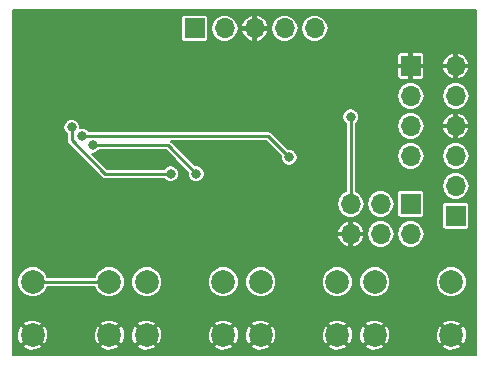
<source format=gbl>
G04 #@! TF.GenerationSoftware,KiCad,Pcbnew,5.0.2-bee76a0~70~ubuntu16.04.1*
G04 #@! TF.CreationDate,2019-07-11T08:17:53+02:00*
G04 #@! TF.ProjectId,paste_dispenser,70617374-655f-4646-9973-70656e736572,rev?*
G04 #@! TF.SameCoordinates,PX3dfd240PY3dfd240*
G04 #@! TF.FileFunction,Copper,L2,Bot*
G04 #@! TF.FilePolarity,Positive*
%FSLAX46Y46*%
G04 Gerber Fmt 4.6, Leading zero omitted, Abs format (unit mm)*
G04 Created by KiCad (PCBNEW 5.0.2-bee76a0~70~ubuntu16.04.1) date Thu 11 Jul 2019 08:17:53 AM CEST*
%MOMM*%
%LPD*%
G01*
G04 APERTURE LIST*
G04 #@! TA.AperFunction,ComponentPad*
%ADD10R,1.700000X1.700000*%
G04 #@! TD*
G04 #@! TA.AperFunction,ComponentPad*
%ADD11O,1.700000X1.700000*%
G04 #@! TD*
G04 #@! TA.AperFunction,ComponentPad*
%ADD12C,2.000000*%
G04 #@! TD*
G04 #@! TA.AperFunction,ViaPad*
%ADD13C,0.812800*%
G04 #@! TD*
G04 #@! TA.AperFunction,ViaPad*
%ADD14C,1.219200*%
G04 #@! TD*
G04 #@! TA.AperFunction,Conductor*
%ADD15C,0.254000*%
G04 #@! TD*
G04 #@! TA.AperFunction,Conductor*
%ADD16C,0.203200*%
G04 #@! TD*
G04 APERTURE END LIST*
D10*
G04 #@! TO.P,J2,1*
G04 #@! TO.N,VDD*
X37870000Y12168000D03*
D11*
G04 #@! TO.P,J2,2*
G04 #@! TO.N,/RXD*
X37870000Y14708000D03*
G04 #@! TO.P,J2,3*
G04 #@! TO.N,/TXD*
X37870000Y17248000D03*
G04 #@! TO.P,J2,4*
G04 #@! TO.N,GND*
X37870000Y19788000D03*
G04 #@! TO.P,J2,5*
G04 #@! TO.N,/FOOTSWITCH*
X37870000Y22328000D03*
G04 #@! TO.P,J2,6*
G04 #@! TO.N,GND*
X37870000Y24868000D03*
G04 #@! TD*
D10*
G04 #@! TO.P,J3,1*
G04 #@! TO.N,/MOT_B1*
X15772000Y28043000D03*
D11*
G04 #@! TO.P,J3,2*
G04 #@! TO.N,/MOT_B2*
X18312000Y28043000D03*
G04 #@! TO.P,J3,3*
G04 #@! TO.N,GND*
X20852000Y28043000D03*
G04 #@! TO.P,J3,4*
G04 #@! TO.N,/MOT_A2*
X23392000Y28043000D03*
G04 #@! TO.P,J3,5*
G04 #@! TO.N,/MOT_A1*
X25932000Y28043000D03*
G04 #@! TD*
D10*
G04 #@! TO.P,J1,1*
G04 #@! TO.N,/MISO*
X34060000Y13184000D03*
D11*
G04 #@! TO.P,J1,2*
G04 #@! TO.N,+5V*
X34060000Y10644000D03*
G04 #@! TO.P,J1,3*
G04 #@! TO.N,/SCK*
X31520000Y13184000D03*
G04 #@! TO.P,J1,4*
G04 #@! TO.N,/MOSI*
X31520000Y10644000D03*
G04 #@! TO.P,J1,5*
G04 #@! TO.N,/RESET*
X28980000Y13184000D03*
G04 #@! TO.P,J1,6*
G04 #@! TO.N,GND*
X28980000Y10644000D03*
G04 #@! TD*
D10*
G04 #@! TO.P,J4,1*
G04 #@! TO.N,GND*
X34060000Y24868000D03*
D11*
G04 #@! TO.P,J4,2*
G04 #@! TO.N,+5V*
X34060000Y22328000D03*
G04 #@! TO.P,J4,3*
G04 #@! TO.N,/SCL*
X34060000Y19788000D03*
G04 #@! TO.P,J4,4*
G04 #@! TO.N,/SDA*
X34060000Y17248000D03*
G04 #@! TD*
D12*
G04 #@! TO.P,SW4,1*
G04 #@! TO.N,/BUTTON_SLOW*
X37512000Y6580000D03*
G04 #@! TO.P,SW4,2*
G04 #@! TO.N,GND*
X37512000Y2080000D03*
G04 #@! TO.P,SW4,1*
G04 #@! TO.N,/BUTTON_SLOW*
X31012000Y6580000D03*
G04 #@! TO.P,SW4,2*
G04 #@! TO.N,GND*
X31012000Y2080000D03*
G04 #@! TD*
G04 #@! TO.P,SW3,2*
G04 #@! TO.N,GND*
X21360000Y2080000D03*
G04 #@! TO.P,SW3,1*
G04 #@! TO.N,/BUTTON_FAST*
X21360000Y6580000D03*
G04 #@! TO.P,SW3,2*
G04 #@! TO.N,GND*
X27860000Y2080000D03*
G04 #@! TO.P,SW3,1*
G04 #@! TO.N,/BUTTON_FAST*
X27860000Y6580000D03*
G04 #@! TD*
G04 #@! TO.P,SW1,1*
G04 #@! TO.N,/BUTTON_PULL*
X8556000Y6580000D03*
G04 #@! TO.P,SW1,2*
G04 #@! TO.N,GND*
X8556000Y2080000D03*
G04 #@! TO.P,SW1,1*
G04 #@! TO.N,/BUTTON_PULL*
X2056000Y6580000D03*
G04 #@! TO.P,SW1,2*
G04 #@! TO.N,GND*
X2056000Y2080000D03*
G04 #@! TD*
G04 #@! TO.P,SW2,2*
G04 #@! TO.N,GND*
X11708000Y2080000D03*
G04 #@! TO.P,SW2,1*
G04 #@! TO.N,/BUTTON_PUSH*
X11708000Y6580000D03*
G04 #@! TO.P,SW2,2*
G04 #@! TO.N,GND*
X18208000Y2080000D03*
G04 #@! TO.P,SW2,1*
G04 #@! TO.N,/BUTTON_PUSH*
X18208000Y6580000D03*
G04 #@! TD*
D13*
G04 #@! TO.N,/RESET*
X28980000Y20550000D03*
G04 #@! TO.N,GND*
X2691000Y24995000D03*
X26440000Y18264000D03*
X20344000Y17121000D03*
X7517000Y10009000D03*
X11581000Y10009000D03*
X16915000Y10009000D03*
X21995000Y11025000D03*
X8279000Y16740000D03*
D14*
X18820000Y24868000D03*
X22884000Y24868000D03*
D13*
X32917000Y27916000D03*
X7517000Y25249000D03*
X9168000Y21820000D03*
G04 #@! TO.N,/STEP_STBY*
X13740000Y15724000D03*
X5358000Y19661000D03*
G04 #@! TO.N,/STEP_PWMB*
X15899000Y15724000D03*
X7136000Y18137000D03*
G04 #@! TO.N,/STEP_PWMA*
X23773000Y17121000D03*
X6247000Y18899000D03*
G04 #@! TD*
D15*
G04 #@! TO.N,/RESET*
X28980000Y13184000D02*
X28980000Y20550000D01*
G04 #@! TO.N,/BUTTON_PULL*
X8556000Y6580000D02*
X2056000Y6580000D01*
G04 #@! TO.N,/STEP_STBY*
X5358000Y19086264D02*
X5358000Y19661000D01*
X5358000Y18570830D02*
X5358000Y19086264D01*
X8204830Y15724000D02*
X5358000Y18570830D01*
X13740000Y15724000D02*
X8204830Y15724000D01*
G04 #@! TO.N,/STEP_PWMB*
X13486000Y18137000D02*
X15899000Y15724000D01*
X7136000Y18137000D02*
X13486000Y18137000D01*
G04 #@! TO.N,/STEP_PWMA*
X21995000Y18899000D02*
X23773000Y17121000D01*
X6247000Y18899000D02*
X21995000Y18899000D01*
G04 #@! TD*
D16*
G04 #@! TO.N,GND*
G36*
X39620201Y379800D02*
X379800Y379800D01*
X379800Y1124245D01*
X1243930Y1124245D01*
X1358512Y947138D01*
X1845133Y766455D01*
X2363856Y785747D01*
X2753488Y947138D01*
X2868070Y1124245D01*
X7743930Y1124245D01*
X7858512Y947138D01*
X8345133Y766455D01*
X8863856Y785747D01*
X9253488Y947138D01*
X9368070Y1124245D01*
X10895930Y1124245D01*
X11010512Y947138D01*
X11497133Y766455D01*
X12015856Y785747D01*
X12405488Y947138D01*
X12520070Y1124245D01*
X17395930Y1124245D01*
X17510512Y947138D01*
X17997133Y766455D01*
X18515856Y785747D01*
X18905488Y947138D01*
X19020070Y1124245D01*
X20547930Y1124245D01*
X20662512Y947138D01*
X21149133Y766455D01*
X21667856Y785747D01*
X22057488Y947138D01*
X22172070Y1124245D01*
X27047930Y1124245D01*
X27162512Y947138D01*
X27649133Y766455D01*
X28167856Y785747D01*
X28557488Y947138D01*
X28672070Y1124245D01*
X30199930Y1124245D01*
X30314512Y947138D01*
X30801133Y766455D01*
X31319856Y785747D01*
X31709488Y947138D01*
X31824070Y1124245D01*
X36699930Y1124245D01*
X36814512Y947138D01*
X37301133Y766455D01*
X37819856Y785747D01*
X38209488Y947138D01*
X38324070Y1124245D01*
X37512000Y1936316D01*
X36699930Y1124245D01*
X31824070Y1124245D01*
X31012000Y1936316D01*
X30199930Y1124245D01*
X28672070Y1124245D01*
X27860000Y1936316D01*
X27047930Y1124245D01*
X22172070Y1124245D01*
X21360000Y1936316D01*
X20547930Y1124245D01*
X19020070Y1124245D01*
X18208000Y1936316D01*
X17395930Y1124245D01*
X12520070Y1124245D01*
X11708000Y1936316D01*
X10895930Y1124245D01*
X9368070Y1124245D01*
X8556000Y1936316D01*
X7743930Y1124245D01*
X2868070Y1124245D01*
X2056000Y1936316D01*
X1243930Y1124245D01*
X379800Y1124245D01*
X379800Y2290867D01*
X742455Y2290867D01*
X761747Y1772144D01*
X923138Y1382512D01*
X1100245Y1267930D01*
X1912316Y2080000D01*
X2199684Y2080000D01*
X3011755Y1267930D01*
X3188862Y1382512D01*
X3369545Y1869133D01*
X3353861Y2290867D01*
X7242455Y2290867D01*
X7261747Y1772144D01*
X7423138Y1382512D01*
X7600245Y1267930D01*
X8412316Y2080000D01*
X8699684Y2080000D01*
X9511755Y1267930D01*
X9688862Y1382512D01*
X9869545Y1869133D01*
X9853861Y2290867D01*
X10394455Y2290867D01*
X10413747Y1772144D01*
X10575138Y1382512D01*
X10752245Y1267930D01*
X11564316Y2080000D01*
X11851684Y2080000D01*
X12663755Y1267930D01*
X12840862Y1382512D01*
X13021545Y1869133D01*
X13005861Y2290867D01*
X16894455Y2290867D01*
X16913747Y1772144D01*
X17075138Y1382512D01*
X17252245Y1267930D01*
X18064316Y2080000D01*
X18351684Y2080000D01*
X19163755Y1267930D01*
X19340862Y1382512D01*
X19521545Y1869133D01*
X19505861Y2290867D01*
X20046455Y2290867D01*
X20065747Y1772144D01*
X20227138Y1382512D01*
X20404245Y1267930D01*
X21216316Y2080000D01*
X21503684Y2080000D01*
X22315755Y1267930D01*
X22492862Y1382512D01*
X22673545Y1869133D01*
X22657861Y2290867D01*
X26546455Y2290867D01*
X26565747Y1772144D01*
X26727138Y1382512D01*
X26904245Y1267930D01*
X27716316Y2080000D01*
X28003684Y2080000D01*
X28815755Y1267930D01*
X28992862Y1382512D01*
X29173545Y1869133D01*
X29157861Y2290867D01*
X29698455Y2290867D01*
X29717747Y1772144D01*
X29879138Y1382512D01*
X30056245Y1267930D01*
X30868316Y2080000D01*
X31155684Y2080000D01*
X31967755Y1267930D01*
X32144862Y1382512D01*
X32325545Y1869133D01*
X32309861Y2290867D01*
X36198455Y2290867D01*
X36217747Y1772144D01*
X36379138Y1382512D01*
X36556245Y1267930D01*
X37368316Y2080000D01*
X37655684Y2080000D01*
X38467755Y1267930D01*
X38644862Y1382512D01*
X38825545Y1869133D01*
X38806253Y2387856D01*
X38644862Y2777488D01*
X38467755Y2892070D01*
X37655684Y2080000D01*
X37368316Y2080000D01*
X36556245Y2892070D01*
X36379138Y2777488D01*
X36198455Y2290867D01*
X32309861Y2290867D01*
X32306253Y2387856D01*
X32144862Y2777488D01*
X31967755Y2892070D01*
X31155684Y2080000D01*
X30868316Y2080000D01*
X30056245Y2892070D01*
X29879138Y2777488D01*
X29698455Y2290867D01*
X29157861Y2290867D01*
X29154253Y2387856D01*
X28992862Y2777488D01*
X28815755Y2892070D01*
X28003684Y2080000D01*
X27716316Y2080000D01*
X26904245Y2892070D01*
X26727138Y2777488D01*
X26546455Y2290867D01*
X22657861Y2290867D01*
X22654253Y2387856D01*
X22492862Y2777488D01*
X22315755Y2892070D01*
X21503684Y2080000D01*
X21216316Y2080000D01*
X20404245Y2892070D01*
X20227138Y2777488D01*
X20046455Y2290867D01*
X19505861Y2290867D01*
X19502253Y2387856D01*
X19340862Y2777488D01*
X19163755Y2892070D01*
X18351684Y2080000D01*
X18064316Y2080000D01*
X17252245Y2892070D01*
X17075138Y2777488D01*
X16894455Y2290867D01*
X13005861Y2290867D01*
X13002253Y2387856D01*
X12840862Y2777488D01*
X12663755Y2892070D01*
X11851684Y2080000D01*
X11564316Y2080000D01*
X10752245Y2892070D01*
X10575138Y2777488D01*
X10394455Y2290867D01*
X9853861Y2290867D01*
X9850253Y2387856D01*
X9688862Y2777488D01*
X9511755Y2892070D01*
X8699684Y2080000D01*
X8412316Y2080000D01*
X7600245Y2892070D01*
X7423138Y2777488D01*
X7242455Y2290867D01*
X3353861Y2290867D01*
X3350253Y2387856D01*
X3188862Y2777488D01*
X3011755Y2892070D01*
X2199684Y2080000D01*
X1912316Y2080000D01*
X1100245Y2892070D01*
X923138Y2777488D01*
X742455Y2290867D01*
X379800Y2290867D01*
X379800Y3035755D01*
X1243930Y3035755D01*
X2056000Y2223684D01*
X2868070Y3035755D01*
X7743930Y3035755D01*
X8556000Y2223684D01*
X9368070Y3035755D01*
X10895930Y3035755D01*
X11708000Y2223684D01*
X12520070Y3035755D01*
X17395930Y3035755D01*
X18208000Y2223684D01*
X19020070Y3035755D01*
X20547930Y3035755D01*
X21360000Y2223684D01*
X22172070Y3035755D01*
X27047930Y3035755D01*
X27860000Y2223684D01*
X28672070Y3035755D01*
X30199930Y3035755D01*
X31012000Y2223684D01*
X31824070Y3035755D01*
X36699930Y3035755D01*
X37512000Y2223684D01*
X38324070Y3035755D01*
X38209488Y3212862D01*
X37722867Y3393545D01*
X37204144Y3374253D01*
X36814512Y3212862D01*
X36699930Y3035755D01*
X31824070Y3035755D01*
X31709488Y3212862D01*
X31222867Y3393545D01*
X30704144Y3374253D01*
X30314512Y3212862D01*
X30199930Y3035755D01*
X28672070Y3035755D01*
X28557488Y3212862D01*
X28070867Y3393545D01*
X27552144Y3374253D01*
X27162512Y3212862D01*
X27047930Y3035755D01*
X22172070Y3035755D01*
X22057488Y3212862D01*
X21570867Y3393545D01*
X21052144Y3374253D01*
X20662512Y3212862D01*
X20547930Y3035755D01*
X19020070Y3035755D01*
X18905488Y3212862D01*
X18418867Y3393545D01*
X17900144Y3374253D01*
X17510512Y3212862D01*
X17395930Y3035755D01*
X12520070Y3035755D01*
X12405488Y3212862D01*
X11918867Y3393545D01*
X11400144Y3374253D01*
X11010512Y3212862D01*
X10895930Y3035755D01*
X9368070Y3035755D01*
X9253488Y3212862D01*
X8766867Y3393545D01*
X8248144Y3374253D01*
X7858512Y3212862D01*
X7743930Y3035755D01*
X2868070Y3035755D01*
X2753488Y3212862D01*
X2266867Y3393545D01*
X1748144Y3374253D01*
X1358512Y3212862D01*
X1243930Y3035755D01*
X379800Y3035755D01*
X379800Y6839541D01*
X751200Y6839541D01*
X751200Y6320459D01*
X949844Y5840890D01*
X1316890Y5473844D01*
X1796459Y5275200D01*
X2315541Y5275200D01*
X2795110Y5473844D01*
X3162156Y5840890D01*
X3289448Y6148200D01*
X7322552Y6148200D01*
X7449844Y5840890D01*
X7816890Y5473844D01*
X8296459Y5275200D01*
X8815541Y5275200D01*
X9295110Y5473844D01*
X9662156Y5840890D01*
X9860800Y6320459D01*
X9860800Y6839541D01*
X10403200Y6839541D01*
X10403200Y6320459D01*
X10601844Y5840890D01*
X10968890Y5473844D01*
X11448459Y5275200D01*
X11967541Y5275200D01*
X12447110Y5473844D01*
X12814156Y5840890D01*
X13012800Y6320459D01*
X13012800Y6839541D01*
X16903200Y6839541D01*
X16903200Y6320459D01*
X17101844Y5840890D01*
X17468890Y5473844D01*
X17948459Y5275200D01*
X18467541Y5275200D01*
X18947110Y5473844D01*
X19314156Y5840890D01*
X19512800Y6320459D01*
X19512800Y6839541D01*
X20055200Y6839541D01*
X20055200Y6320459D01*
X20253844Y5840890D01*
X20620890Y5473844D01*
X21100459Y5275200D01*
X21619541Y5275200D01*
X22099110Y5473844D01*
X22466156Y5840890D01*
X22664800Y6320459D01*
X22664800Y6839541D01*
X26555200Y6839541D01*
X26555200Y6320459D01*
X26753844Y5840890D01*
X27120890Y5473844D01*
X27600459Y5275200D01*
X28119541Y5275200D01*
X28599110Y5473844D01*
X28966156Y5840890D01*
X29164800Y6320459D01*
X29164800Y6839541D01*
X29707200Y6839541D01*
X29707200Y6320459D01*
X29905844Y5840890D01*
X30272890Y5473844D01*
X30752459Y5275200D01*
X31271541Y5275200D01*
X31751110Y5473844D01*
X32118156Y5840890D01*
X32316800Y6320459D01*
X32316800Y6839541D01*
X36207200Y6839541D01*
X36207200Y6320459D01*
X36405844Y5840890D01*
X36772890Y5473844D01*
X37252459Y5275200D01*
X37771541Y5275200D01*
X38251110Y5473844D01*
X38618156Y5840890D01*
X38816800Y6320459D01*
X38816800Y6839541D01*
X38618156Y7319110D01*
X38251110Y7686156D01*
X37771541Y7884800D01*
X37252459Y7884800D01*
X36772890Y7686156D01*
X36405844Y7319110D01*
X36207200Y6839541D01*
X32316800Y6839541D01*
X32118156Y7319110D01*
X31751110Y7686156D01*
X31271541Y7884800D01*
X30752459Y7884800D01*
X30272890Y7686156D01*
X29905844Y7319110D01*
X29707200Y6839541D01*
X29164800Y6839541D01*
X28966156Y7319110D01*
X28599110Y7686156D01*
X28119541Y7884800D01*
X27600459Y7884800D01*
X27120890Y7686156D01*
X26753844Y7319110D01*
X26555200Y6839541D01*
X22664800Y6839541D01*
X22466156Y7319110D01*
X22099110Y7686156D01*
X21619541Y7884800D01*
X21100459Y7884800D01*
X20620890Y7686156D01*
X20253844Y7319110D01*
X20055200Y6839541D01*
X19512800Y6839541D01*
X19314156Y7319110D01*
X18947110Y7686156D01*
X18467541Y7884800D01*
X17948459Y7884800D01*
X17468890Y7686156D01*
X17101844Y7319110D01*
X16903200Y6839541D01*
X13012800Y6839541D01*
X12814156Y7319110D01*
X12447110Y7686156D01*
X11967541Y7884800D01*
X11448459Y7884800D01*
X10968890Y7686156D01*
X10601844Y7319110D01*
X10403200Y6839541D01*
X9860800Y6839541D01*
X9662156Y7319110D01*
X9295110Y7686156D01*
X8815541Y7884800D01*
X8296459Y7884800D01*
X7816890Y7686156D01*
X7449844Y7319110D01*
X7322552Y7011800D01*
X3289448Y7011800D01*
X3162156Y7319110D01*
X2795110Y7686156D01*
X2315541Y7884800D01*
X1796459Y7884800D01*
X1316890Y7686156D01*
X949844Y7319110D01*
X751200Y6839541D01*
X379800Y6839541D01*
X379800Y10363699D01*
X27859724Y10363699D01*
X28052266Y9956325D01*
X28386047Y9653643D01*
X28699701Y9523734D01*
X28878400Y9570196D01*
X28878400Y10542400D01*
X29081600Y10542400D01*
X29081600Y9570196D01*
X29260299Y9523734D01*
X29573953Y9653643D01*
X29907734Y9956325D01*
X30100276Y10363699D01*
X30054132Y10542400D01*
X29081600Y10542400D01*
X28878400Y10542400D01*
X27905868Y10542400D01*
X27859724Y10363699D01*
X379800Y10363699D01*
X379800Y10644000D01*
X30342577Y10644000D01*
X30432203Y10193420D01*
X30687436Y9811436D01*
X31069420Y9556203D01*
X31406267Y9489200D01*
X31633733Y9489200D01*
X31970580Y9556203D01*
X32352564Y9811436D01*
X32607797Y10193420D01*
X32697423Y10644000D01*
X32882577Y10644000D01*
X32972203Y10193420D01*
X33227436Y9811436D01*
X33609420Y9556203D01*
X33946267Y9489200D01*
X34173733Y9489200D01*
X34510580Y9556203D01*
X34892564Y9811436D01*
X35147797Y10193420D01*
X35237423Y10644000D01*
X35147797Y11094580D01*
X34892564Y11476564D01*
X34510580Y11731797D01*
X34173733Y11798800D01*
X33946267Y11798800D01*
X33609420Y11731797D01*
X33227436Y11476564D01*
X32972203Y11094580D01*
X32882577Y10644000D01*
X32697423Y10644000D01*
X32607797Y11094580D01*
X32352564Y11476564D01*
X31970580Y11731797D01*
X31633733Y11798800D01*
X31406267Y11798800D01*
X31069420Y11731797D01*
X30687436Y11476564D01*
X30432203Y11094580D01*
X30342577Y10644000D01*
X379800Y10644000D01*
X379800Y10924301D01*
X27859724Y10924301D01*
X27905868Y10745600D01*
X28878400Y10745600D01*
X28878400Y11717804D01*
X29081600Y11717804D01*
X29081600Y10745600D01*
X30054132Y10745600D01*
X30100276Y10924301D01*
X29907734Y11331675D01*
X29573953Y11634357D01*
X29260299Y11764266D01*
X29081600Y11717804D01*
X28878400Y11717804D01*
X28699701Y11764266D01*
X28386047Y11634357D01*
X28052266Y11331675D01*
X27859724Y10924301D01*
X379800Y10924301D01*
X379800Y13184000D01*
X27802577Y13184000D01*
X27892203Y12733420D01*
X28147436Y12351436D01*
X28529420Y12096203D01*
X28866267Y12029200D01*
X29093733Y12029200D01*
X29430580Y12096203D01*
X29812564Y12351436D01*
X30067797Y12733420D01*
X30157423Y13184000D01*
X30342577Y13184000D01*
X30432203Y12733420D01*
X30687436Y12351436D01*
X31069420Y12096203D01*
X31406267Y12029200D01*
X31633733Y12029200D01*
X31970580Y12096203D01*
X32352564Y12351436D01*
X32607797Y12733420D01*
X32697423Y13184000D01*
X32607797Y13634580D01*
X32352564Y14016564D01*
X32326470Y14034000D01*
X32899229Y14034000D01*
X32899229Y12334000D01*
X32922885Y12215073D01*
X32990252Y12114252D01*
X33091073Y12046885D01*
X33210000Y12023229D01*
X34910000Y12023229D01*
X35028927Y12046885D01*
X35129748Y12114252D01*
X35197115Y12215073D01*
X35220771Y12334000D01*
X35220771Y13018000D01*
X36709229Y13018000D01*
X36709229Y11318000D01*
X36732885Y11199073D01*
X36800252Y11098252D01*
X36901073Y11030885D01*
X37020000Y11007229D01*
X38720000Y11007229D01*
X38838927Y11030885D01*
X38939748Y11098252D01*
X39007115Y11199073D01*
X39030771Y11318000D01*
X39030771Y13018000D01*
X39007115Y13136927D01*
X38939748Y13237748D01*
X38838927Y13305115D01*
X38720000Y13328771D01*
X37020000Y13328771D01*
X36901073Y13305115D01*
X36800252Y13237748D01*
X36732885Y13136927D01*
X36709229Y13018000D01*
X35220771Y13018000D01*
X35220771Y14034000D01*
X35197115Y14152927D01*
X35129748Y14253748D01*
X35028927Y14321115D01*
X34910000Y14344771D01*
X33210000Y14344771D01*
X33091073Y14321115D01*
X32990252Y14253748D01*
X32922885Y14152927D01*
X32899229Y14034000D01*
X32326470Y14034000D01*
X31970580Y14271797D01*
X31633733Y14338800D01*
X31406267Y14338800D01*
X31069420Y14271797D01*
X30687436Y14016564D01*
X30432203Y13634580D01*
X30342577Y13184000D01*
X30157423Y13184000D01*
X30067797Y13634580D01*
X29812564Y14016564D01*
X29430580Y14271797D01*
X29411800Y14275533D01*
X29411800Y14708000D01*
X36692577Y14708000D01*
X36782203Y14257420D01*
X37037436Y13875436D01*
X37419420Y13620203D01*
X37756267Y13553200D01*
X37983733Y13553200D01*
X38320580Y13620203D01*
X38702564Y13875436D01*
X38957797Y14257420D01*
X39047423Y14708000D01*
X38957797Y15158580D01*
X38702564Y15540564D01*
X38320580Y15795797D01*
X37983733Y15862800D01*
X37756267Y15862800D01*
X37419420Y15795797D01*
X37037436Y15540564D01*
X36782203Y15158580D01*
X36692577Y14708000D01*
X29411800Y14708000D01*
X29411800Y17248000D01*
X32882577Y17248000D01*
X32972203Y16797420D01*
X33227436Y16415436D01*
X33609420Y16160203D01*
X33946267Y16093200D01*
X34173733Y16093200D01*
X34510580Y16160203D01*
X34892564Y16415436D01*
X35147797Y16797420D01*
X35237423Y17248000D01*
X36692577Y17248000D01*
X36782203Y16797420D01*
X37037436Y16415436D01*
X37419420Y16160203D01*
X37756267Y16093200D01*
X37983733Y16093200D01*
X38320580Y16160203D01*
X38702564Y16415436D01*
X38957797Y16797420D01*
X39047423Y17248000D01*
X38957797Y17698580D01*
X38702564Y18080564D01*
X38320580Y18335797D01*
X37983733Y18402800D01*
X37756267Y18402800D01*
X37419420Y18335797D01*
X37037436Y18080564D01*
X36782203Y17698580D01*
X36692577Y17248000D01*
X35237423Y17248000D01*
X35147797Y17698580D01*
X34892564Y18080564D01*
X34510580Y18335797D01*
X34173733Y18402800D01*
X33946267Y18402800D01*
X33609420Y18335797D01*
X33227436Y18080564D01*
X32972203Y17698580D01*
X32882577Y17248000D01*
X29411800Y17248000D01*
X29411800Y19788000D01*
X32882577Y19788000D01*
X32972203Y19337420D01*
X33227436Y18955436D01*
X33609420Y18700203D01*
X33946267Y18633200D01*
X34173733Y18633200D01*
X34510580Y18700203D01*
X34892564Y18955436D01*
X35147797Y19337420D01*
X35181668Y19507701D01*
X36749734Y19507701D01*
X36879643Y19194047D01*
X37182325Y18860266D01*
X37589699Y18667724D01*
X37768400Y18713868D01*
X37768400Y19686400D01*
X37971600Y19686400D01*
X37971600Y18713868D01*
X38150301Y18667724D01*
X38557675Y18860266D01*
X38860357Y19194047D01*
X38990266Y19507701D01*
X38943804Y19686400D01*
X37971600Y19686400D01*
X37768400Y19686400D01*
X36796196Y19686400D01*
X36749734Y19507701D01*
X35181668Y19507701D01*
X35237423Y19788000D01*
X35181669Y20068299D01*
X36749734Y20068299D01*
X36796196Y19889600D01*
X37768400Y19889600D01*
X37768400Y20862132D01*
X37971600Y20862132D01*
X37971600Y19889600D01*
X38943804Y19889600D01*
X38990266Y20068299D01*
X38860357Y20381953D01*
X38557675Y20715734D01*
X38150301Y20908276D01*
X37971600Y20862132D01*
X37768400Y20862132D01*
X37589699Y20908276D01*
X37182325Y20715734D01*
X36879643Y20381953D01*
X36749734Y20068299D01*
X35181669Y20068299D01*
X35147797Y20238580D01*
X34892564Y20620564D01*
X34510580Y20875797D01*
X34173733Y20942800D01*
X33946267Y20942800D01*
X33609420Y20875797D01*
X33227436Y20620564D01*
X32972203Y20238580D01*
X32882577Y19788000D01*
X29411800Y19788000D01*
X29411800Y19976012D01*
X29582926Y20147138D01*
X29691200Y20408534D01*
X29691200Y20691466D01*
X29582926Y20952862D01*
X29382862Y21152926D01*
X29121466Y21261200D01*
X28838534Y21261200D01*
X28577138Y21152926D01*
X28377074Y20952862D01*
X28268800Y20691466D01*
X28268800Y20408534D01*
X28377074Y20147138D01*
X28548201Y19976011D01*
X28548200Y14275533D01*
X28529420Y14271797D01*
X28147436Y14016564D01*
X27892203Y13634580D01*
X27802577Y13184000D01*
X379800Y13184000D01*
X379800Y19802466D01*
X4646800Y19802466D01*
X4646800Y19519534D01*
X4755074Y19258138D01*
X4926200Y19087012D01*
X4926200Y19043739D01*
X4926201Y19043735D01*
X4926200Y18613353D01*
X4917742Y18570830D01*
X4926200Y18528308D01*
X4926200Y18528305D01*
X4951254Y18402351D01*
X5046690Y18259520D01*
X5082743Y18235430D01*
X7869430Y15448743D01*
X7893520Y15412690D01*
X7929572Y15388601D01*
X8036350Y15317254D01*
X8204830Y15283741D01*
X8247356Y15292200D01*
X13166012Y15292200D01*
X13337138Y15121074D01*
X13598534Y15012800D01*
X13881466Y15012800D01*
X14142862Y15121074D01*
X14342926Y15321138D01*
X14451200Y15582534D01*
X14451200Y15865466D01*
X14342926Y16126862D01*
X14142862Y16326926D01*
X13881466Y16435200D01*
X13598534Y16435200D01*
X13337138Y16326926D01*
X13166012Y16155800D01*
X8383687Y16155800D01*
X7113687Y17425800D01*
X7277466Y17425800D01*
X7538862Y17534074D01*
X7709988Y17705200D01*
X13307143Y17705200D01*
X15187800Y15824543D01*
X15187800Y15582534D01*
X15296074Y15321138D01*
X15496138Y15121074D01*
X15757534Y15012800D01*
X16040466Y15012800D01*
X16301862Y15121074D01*
X16501926Y15321138D01*
X16610200Y15582534D01*
X16610200Y15865466D01*
X16501926Y16126862D01*
X16301862Y16326926D01*
X16040466Y16435200D01*
X15798457Y16435200D01*
X13821400Y18412257D01*
X13797310Y18448310D01*
X13769039Y18467200D01*
X21816143Y18467200D01*
X23061800Y17221542D01*
X23061800Y16979534D01*
X23170074Y16718138D01*
X23370138Y16518074D01*
X23631534Y16409800D01*
X23914466Y16409800D01*
X24175862Y16518074D01*
X24375926Y16718138D01*
X24484200Y16979534D01*
X24484200Y17262466D01*
X24375926Y17523862D01*
X24175862Y17723926D01*
X23914466Y17832200D01*
X23672458Y17832200D01*
X22330399Y19174258D01*
X22306310Y19210310D01*
X22163480Y19305746D01*
X22037526Y19330800D01*
X22037522Y19330800D01*
X21995000Y19339258D01*
X21952478Y19330800D01*
X6820988Y19330800D01*
X6649862Y19501926D01*
X6388466Y19610200D01*
X6105534Y19610200D01*
X6069200Y19595150D01*
X6069200Y19802466D01*
X5960926Y20063862D01*
X5760862Y20263926D01*
X5499466Y20372200D01*
X5216534Y20372200D01*
X4955138Y20263926D01*
X4755074Y20063862D01*
X4646800Y19802466D01*
X379800Y19802466D01*
X379800Y22328000D01*
X32882577Y22328000D01*
X32972203Y21877420D01*
X33227436Y21495436D01*
X33609420Y21240203D01*
X33946267Y21173200D01*
X34173733Y21173200D01*
X34510580Y21240203D01*
X34892564Y21495436D01*
X35147797Y21877420D01*
X35237423Y22328000D01*
X36692577Y22328000D01*
X36782203Y21877420D01*
X37037436Y21495436D01*
X37419420Y21240203D01*
X37756267Y21173200D01*
X37983733Y21173200D01*
X38320580Y21240203D01*
X38702564Y21495436D01*
X38957797Y21877420D01*
X39047423Y22328000D01*
X38957797Y22778580D01*
X38702564Y23160564D01*
X38320580Y23415797D01*
X37983733Y23482800D01*
X37756267Y23482800D01*
X37419420Y23415797D01*
X37037436Y23160564D01*
X36782203Y22778580D01*
X36692577Y22328000D01*
X35237423Y22328000D01*
X35147797Y22778580D01*
X34892564Y23160564D01*
X34510580Y23415797D01*
X34173733Y23482800D01*
X33946267Y23482800D01*
X33609420Y23415797D01*
X33227436Y23160564D01*
X32972203Y22778580D01*
X32882577Y22328000D01*
X379800Y22328000D01*
X379800Y24690200D01*
X32905200Y24690200D01*
X32905200Y23957371D01*
X32951603Y23845344D01*
X33037345Y23759603D01*
X33149372Y23713200D01*
X33882200Y23713200D01*
X33958400Y23789400D01*
X33958400Y24766400D01*
X34161600Y24766400D01*
X34161600Y23789400D01*
X34237800Y23713200D01*
X34970628Y23713200D01*
X35082655Y23759603D01*
X35168397Y23845344D01*
X35214800Y23957371D01*
X35214800Y24587701D01*
X36749734Y24587701D01*
X36879643Y24274047D01*
X37182325Y23940266D01*
X37589699Y23747724D01*
X37768400Y23793868D01*
X37768400Y24766400D01*
X37971600Y24766400D01*
X37971600Y23793868D01*
X38150301Y23747724D01*
X38557675Y23940266D01*
X38860357Y24274047D01*
X38990266Y24587701D01*
X38943804Y24766400D01*
X37971600Y24766400D01*
X37768400Y24766400D01*
X36796196Y24766400D01*
X36749734Y24587701D01*
X35214800Y24587701D01*
X35214800Y24690200D01*
X35138600Y24766400D01*
X34161600Y24766400D01*
X33958400Y24766400D01*
X32981400Y24766400D01*
X32905200Y24690200D01*
X379800Y24690200D01*
X379800Y25778629D01*
X32905200Y25778629D01*
X32905200Y25045800D01*
X32981400Y24969600D01*
X33958400Y24969600D01*
X33958400Y25946600D01*
X34161600Y25946600D01*
X34161600Y24969600D01*
X35138600Y24969600D01*
X35214800Y25045800D01*
X35214800Y25148299D01*
X36749734Y25148299D01*
X36796196Y24969600D01*
X37768400Y24969600D01*
X37768400Y25942132D01*
X37971600Y25942132D01*
X37971600Y24969600D01*
X38943804Y24969600D01*
X38990266Y25148299D01*
X38860357Y25461953D01*
X38557675Y25795734D01*
X38150301Y25988276D01*
X37971600Y25942132D01*
X37768400Y25942132D01*
X37589699Y25988276D01*
X37182325Y25795734D01*
X36879643Y25461953D01*
X36749734Y25148299D01*
X35214800Y25148299D01*
X35214800Y25778629D01*
X35168397Y25890656D01*
X35082655Y25976397D01*
X34970628Y26022800D01*
X34237800Y26022800D01*
X34161600Y25946600D01*
X33958400Y25946600D01*
X33882200Y26022800D01*
X33149372Y26022800D01*
X33037345Y25976397D01*
X32951603Y25890656D01*
X32905200Y25778629D01*
X379800Y25778629D01*
X379800Y28893000D01*
X14611229Y28893000D01*
X14611229Y27193000D01*
X14634885Y27074073D01*
X14702252Y26973252D01*
X14803073Y26905885D01*
X14922000Y26882229D01*
X16622000Y26882229D01*
X16740927Y26905885D01*
X16841748Y26973252D01*
X16909115Y27074073D01*
X16932771Y27193000D01*
X16932771Y28043000D01*
X17134577Y28043000D01*
X17224203Y27592420D01*
X17479436Y27210436D01*
X17861420Y26955203D01*
X18198267Y26888200D01*
X18425733Y26888200D01*
X18762580Y26955203D01*
X19144564Y27210436D01*
X19399797Y27592420D01*
X19433667Y27762699D01*
X19731724Y27762699D01*
X19924266Y27355325D01*
X20258047Y27052643D01*
X20571701Y26922734D01*
X20750400Y26969196D01*
X20750400Y27941400D01*
X20953600Y27941400D01*
X20953600Y26969196D01*
X21132299Y26922734D01*
X21445953Y27052643D01*
X21779734Y27355325D01*
X21972276Y27762699D01*
X21926132Y27941400D01*
X20953600Y27941400D01*
X20750400Y27941400D01*
X19777868Y27941400D01*
X19731724Y27762699D01*
X19433667Y27762699D01*
X19489423Y28043000D01*
X22214577Y28043000D01*
X22304203Y27592420D01*
X22559436Y27210436D01*
X22941420Y26955203D01*
X23278267Y26888200D01*
X23505733Y26888200D01*
X23842580Y26955203D01*
X24224564Y27210436D01*
X24479797Y27592420D01*
X24569423Y28043000D01*
X24754577Y28043000D01*
X24844203Y27592420D01*
X25099436Y27210436D01*
X25481420Y26955203D01*
X25818267Y26888200D01*
X26045733Y26888200D01*
X26382580Y26955203D01*
X26764564Y27210436D01*
X27019797Y27592420D01*
X27109423Y28043000D01*
X27019797Y28493580D01*
X26764564Y28875564D01*
X26382580Y29130797D01*
X26045733Y29197800D01*
X25818267Y29197800D01*
X25481420Y29130797D01*
X25099436Y28875564D01*
X24844203Y28493580D01*
X24754577Y28043000D01*
X24569423Y28043000D01*
X24479797Y28493580D01*
X24224564Y28875564D01*
X23842580Y29130797D01*
X23505733Y29197800D01*
X23278267Y29197800D01*
X22941420Y29130797D01*
X22559436Y28875564D01*
X22304203Y28493580D01*
X22214577Y28043000D01*
X19489423Y28043000D01*
X19433668Y28323301D01*
X19731724Y28323301D01*
X19777868Y28144600D01*
X20750400Y28144600D01*
X20750400Y29116804D01*
X20953600Y29116804D01*
X20953600Y28144600D01*
X21926132Y28144600D01*
X21972276Y28323301D01*
X21779734Y28730675D01*
X21445953Y29033357D01*
X21132299Y29163266D01*
X20953600Y29116804D01*
X20750400Y29116804D01*
X20571701Y29163266D01*
X20258047Y29033357D01*
X19924266Y28730675D01*
X19731724Y28323301D01*
X19433668Y28323301D01*
X19399797Y28493580D01*
X19144564Y28875564D01*
X18762580Y29130797D01*
X18425733Y29197800D01*
X18198267Y29197800D01*
X17861420Y29130797D01*
X17479436Y28875564D01*
X17224203Y28493580D01*
X17134577Y28043000D01*
X16932771Y28043000D01*
X16932771Y28893000D01*
X16909115Y29011927D01*
X16841748Y29112748D01*
X16740927Y29180115D01*
X16622000Y29203771D01*
X14922000Y29203771D01*
X14803073Y29180115D01*
X14702252Y29112748D01*
X14634885Y29011927D01*
X14611229Y28893000D01*
X379800Y28893000D01*
X379800Y29620200D01*
X39620200Y29620200D01*
X39620201Y379800D01*
X39620201Y379800D01*
G37*
X39620201Y379800D02*
X379800Y379800D01*
X379800Y1124245D01*
X1243930Y1124245D01*
X1358512Y947138D01*
X1845133Y766455D01*
X2363856Y785747D01*
X2753488Y947138D01*
X2868070Y1124245D01*
X7743930Y1124245D01*
X7858512Y947138D01*
X8345133Y766455D01*
X8863856Y785747D01*
X9253488Y947138D01*
X9368070Y1124245D01*
X10895930Y1124245D01*
X11010512Y947138D01*
X11497133Y766455D01*
X12015856Y785747D01*
X12405488Y947138D01*
X12520070Y1124245D01*
X17395930Y1124245D01*
X17510512Y947138D01*
X17997133Y766455D01*
X18515856Y785747D01*
X18905488Y947138D01*
X19020070Y1124245D01*
X20547930Y1124245D01*
X20662512Y947138D01*
X21149133Y766455D01*
X21667856Y785747D01*
X22057488Y947138D01*
X22172070Y1124245D01*
X27047930Y1124245D01*
X27162512Y947138D01*
X27649133Y766455D01*
X28167856Y785747D01*
X28557488Y947138D01*
X28672070Y1124245D01*
X30199930Y1124245D01*
X30314512Y947138D01*
X30801133Y766455D01*
X31319856Y785747D01*
X31709488Y947138D01*
X31824070Y1124245D01*
X36699930Y1124245D01*
X36814512Y947138D01*
X37301133Y766455D01*
X37819856Y785747D01*
X38209488Y947138D01*
X38324070Y1124245D01*
X37512000Y1936316D01*
X36699930Y1124245D01*
X31824070Y1124245D01*
X31012000Y1936316D01*
X30199930Y1124245D01*
X28672070Y1124245D01*
X27860000Y1936316D01*
X27047930Y1124245D01*
X22172070Y1124245D01*
X21360000Y1936316D01*
X20547930Y1124245D01*
X19020070Y1124245D01*
X18208000Y1936316D01*
X17395930Y1124245D01*
X12520070Y1124245D01*
X11708000Y1936316D01*
X10895930Y1124245D01*
X9368070Y1124245D01*
X8556000Y1936316D01*
X7743930Y1124245D01*
X2868070Y1124245D01*
X2056000Y1936316D01*
X1243930Y1124245D01*
X379800Y1124245D01*
X379800Y2290867D01*
X742455Y2290867D01*
X761747Y1772144D01*
X923138Y1382512D01*
X1100245Y1267930D01*
X1912316Y2080000D01*
X2199684Y2080000D01*
X3011755Y1267930D01*
X3188862Y1382512D01*
X3369545Y1869133D01*
X3353861Y2290867D01*
X7242455Y2290867D01*
X7261747Y1772144D01*
X7423138Y1382512D01*
X7600245Y1267930D01*
X8412316Y2080000D01*
X8699684Y2080000D01*
X9511755Y1267930D01*
X9688862Y1382512D01*
X9869545Y1869133D01*
X9853861Y2290867D01*
X10394455Y2290867D01*
X10413747Y1772144D01*
X10575138Y1382512D01*
X10752245Y1267930D01*
X11564316Y2080000D01*
X11851684Y2080000D01*
X12663755Y1267930D01*
X12840862Y1382512D01*
X13021545Y1869133D01*
X13005861Y2290867D01*
X16894455Y2290867D01*
X16913747Y1772144D01*
X17075138Y1382512D01*
X17252245Y1267930D01*
X18064316Y2080000D01*
X18351684Y2080000D01*
X19163755Y1267930D01*
X19340862Y1382512D01*
X19521545Y1869133D01*
X19505861Y2290867D01*
X20046455Y2290867D01*
X20065747Y1772144D01*
X20227138Y1382512D01*
X20404245Y1267930D01*
X21216316Y2080000D01*
X21503684Y2080000D01*
X22315755Y1267930D01*
X22492862Y1382512D01*
X22673545Y1869133D01*
X22657861Y2290867D01*
X26546455Y2290867D01*
X26565747Y1772144D01*
X26727138Y1382512D01*
X26904245Y1267930D01*
X27716316Y2080000D01*
X28003684Y2080000D01*
X28815755Y1267930D01*
X28992862Y1382512D01*
X29173545Y1869133D01*
X29157861Y2290867D01*
X29698455Y2290867D01*
X29717747Y1772144D01*
X29879138Y1382512D01*
X30056245Y1267930D01*
X30868316Y2080000D01*
X31155684Y2080000D01*
X31967755Y1267930D01*
X32144862Y1382512D01*
X32325545Y1869133D01*
X32309861Y2290867D01*
X36198455Y2290867D01*
X36217747Y1772144D01*
X36379138Y1382512D01*
X36556245Y1267930D01*
X37368316Y2080000D01*
X37655684Y2080000D01*
X38467755Y1267930D01*
X38644862Y1382512D01*
X38825545Y1869133D01*
X38806253Y2387856D01*
X38644862Y2777488D01*
X38467755Y2892070D01*
X37655684Y2080000D01*
X37368316Y2080000D01*
X36556245Y2892070D01*
X36379138Y2777488D01*
X36198455Y2290867D01*
X32309861Y2290867D01*
X32306253Y2387856D01*
X32144862Y2777488D01*
X31967755Y2892070D01*
X31155684Y2080000D01*
X30868316Y2080000D01*
X30056245Y2892070D01*
X29879138Y2777488D01*
X29698455Y2290867D01*
X29157861Y2290867D01*
X29154253Y2387856D01*
X28992862Y2777488D01*
X28815755Y2892070D01*
X28003684Y2080000D01*
X27716316Y2080000D01*
X26904245Y2892070D01*
X26727138Y2777488D01*
X26546455Y2290867D01*
X22657861Y2290867D01*
X22654253Y2387856D01*
X22492862Y2777488D01*
X22315755Y2892070D01*
X21503684Y2080000D01*
X21216316Y2080000D01*
X20404245Y2892070D01*
X20227138Y2777488D01*
X20046455Y2290867D01*
X19505861Y2290867D01*
X19502253Y2387856D01*
X19340862Y2777488D01*
X19163755Y2892070D01*
X18351684Y2080000D01*
X18064316Y2080000D01*
X17252245Y2892070D01*
X17075138Y2777488D01*
X16894455Y2290867D01*
X13005861Y2290867D01*
X13002253Y2387856D01*
X12840862Y2777488D01*
X12663755Y2892070D01*
X11851684Y2080000D01*
X11564316Y2080000D01*
X10752245Y2892070D01*
X10575138Y2777488D01*
X10394455Y2290867D01*
X9853861Y2290867D01*
X9850253Y2387856D01*
X9688862Y2777488D01*
X9511755Y2892070D01*
X8699684Y2080000D01*
X8412316Y2080000D01*
X7600245Y2892070D01*
X7423138Y2777488D01*
X7242455Y2290867D01*
X3353861Y2290867D01*
X3350253Y2387856D01*
X3188862Y2777488D01*
X3011755Y2892070D01*
X2199684Y2080000D01*
X1912316Y2080000D01*
X1100245Y2892070D01*
X923138Y2777488D01*
X742455Y2290867D01*
X379800Y2290867D01*
X379800Y3035755D01*
X1243930Y3035755D01*
X2056000Y2223684D01*
X2868070Y3035755D01*
X7743930Y3035755D01*
X8556000Y2223684D01*
X9368070Y3035755D01*
X10895930Y3035755D01*
X11708000Y2223684D01*
X12520070Y3035755D01*
X17395930Y3035755D01*
X18208000Y2223684D01*
X19020070Y3035755D01*
X20547930Y3035755D01*
X21360000Y2223684D01*
X22172070Y3035755D01*
X27047930Y3035755D01*
X27860000Y2223684D01*
X28672070Y3035755D01*
X30199930Y3035755D01*
X31012000Y2223684D01*
X31824070Y3035755D01*
X36699930Y3035755D01*
X37512000Y2223684D01*
X38324070Y3035755D01*
X38209488Y3212862D01*
X37722867Y3393545D01*
X37204144Y3374253D01*
X36814512Y3212862D01*
X36699930Y3035755D01*
X31824070Y3035755D01*
X31709488Y3212862D01*
X31222867Y3393545D01*
X30704144Y3374253D01*
X30314512Y3212862D01*
X30199930Y3035755D01*
X28672070Y3035755D01*
X28557488Y3212862D01*
X28070867Y3393545D01*
X27552144Y3374253D01*
X27162512Y3212862D01*
X27047930Y3035755D01*
X22172070Y3035755D01*
X22057488Y3212862D01*
X21570867Y3393545D01*
X21052144Y3374253D01*
X20662512Y3212862D01*
X20547930Y3035755D01*
X19020070Y3035755D01*
X18905488Y3212862D01*
X18418867Y3393545D01*
X17900144Y3374253D01*
X17510512Y3212862D01*
X17395930Y3035755D01*
X12520070Y3035755D01*
X12405488Y3212862D01*
X11918867Y3393545D01*
X11400144Y3374253D01*
X11010512Y3212862D01*
X10895930Y3035755D01*
X9368070Y3035755D01*
X9253488Y3212862D01*
X8766867Y3393545D01*
X8248144Y3374253D01*
X7858512Y3212862D01*
X7743930Y3035755D01*
X2868070Y3035755D01*
X2753488Y3212862D01*
X2266867Y3393545D01*
X1748144Y3374253D01*
X1358512Y3212862D01*
X1243930Y3035755D01*
X379800Y3035755D01*
X379800Y6839541D01*
X751200Y6839541D01*
X751200Y6320459D01*
X949844Y5840890D01*
X1316890Y5473844D01*
X1796459Y5275200D01*
X2315541Y5275200D01*
X2795110Y5473844D01*
X3162156Y5840890D01*
X3289448Y6148200D01*
X7322552Y6148200D01*
X7449844Y5840890D01*
X7816890Y5473844D01*
X8296459Y5275200D01*
X8815541Y5275200D01*
X9295110Y5473844D01*
X9662156Y5840890D01*
X9860800Y6320459D01*
X9860800Y6839541D01*
X10403200Y6839541D01*
X10403200Y6320459D01*
X10601844Y5840890D01*
X10968890Y5473844D01*
X11448459Y5275200D01*
X11967541Y5275200D01*
X12447110Y5473844D01*
X12814156Y5840890D01*
X13012800Y6320459D01*
X13012800Y6839541D01*
X16903200Y6839541D01*
X16903200Y6320459D01*
X17101844Y5840890D01*
X17468890Y5473844D01*
X17948459Y5275200D01*
X18467541Y5275200D01*
X18947110Y5473844D01*
X19314156Y5840890D01*
X19512800Y6320459D01*
X19512800Y6839541D01*
X20055200Y6839541D01*
X20055200Y6320459D01*
X20253844Y5840890D01*
X20620890Y5473844D01*
X21100459Y5275200D01*
X21619541Y5275200D01*
X22099110Y5473844D01*
X22466156Y5840890D01*
X22664800Y6320459D01*
X22664800Y6839541D01*
X26555200Y6839541D01*
X26555200Y6320459D01*
X26753844Y5840890D01*
X27120890Y5473844D01*
X27600459Y5275200D01*
X28119541Y5275200D01*
X28599110Y5473844D01*
X28966156Y5840890D01*
X29164800Y6320459D01*
X29164800Y6839541D01*
X29707200Y6839541D01*
X29707200Y6320459D01*
X29905844Y5840890D01*
X30272890Y5473844D01*
X30752459Y5275200D01*
X31271541Y5275200D01*
X31751110Y5473844D01*
X32118156Y5840890D01*
X32316800Y6320459D01*
X32316800Y6839541D01*
X36207200Y6839541D01*
X36207200Y6320459D01*
X36405844Y5840890D01*
X36772890Y5473844D01*
X37252459Y5275200D01*
X37771541Y5275200D01*
X38251110Y5473844D01*
X38618156Y5840890D01*
X38816800Y6320459D01*
X38816800Y6839541D01*
X38618156Y7319110D01*
X38251110Y7686156D01*
X37771541Y7884800D01*
X37252459Y7884800D01*
X36772890Y7686156D01*
X36405844Y7319110D01*
X36207200Y6839541D01*
X32316800Y6839541D01*
X32118156Y7319110D01*
X31751110Y7686156D01*
X31271541Y7884800D01*
X30752459Y7884800D01*
X30272890Y7686156D01*
X29905844Y7319110D01*
X29707200Y6839541D01*
X29164800Y6839541D01*
X28966156Y7319110D01*
X28599110Y7686156D01*
X28119541Y7884800D01*
X27600459Y7884800D01*
X27120890Y7686156D01*
X26753844Y7319110D01*
X26555200Y6839541D01*
X22664800Y6839541D01*
X22466156Y7319110D01*
X22099110Y7686156D01*
X21619541Y7884800D01*
X21100459Y7884800D01*
X20620890Y7686156D01*
X20253844Y7319110D01*
X20055200Y6839541D01*
X19512800Y6839541D01*
X19314156Y7319110D01*
X18947110Y7686156D01*
X18467541Y7884800D01*
X17948459Y7884800D01*
X17468890Y7686156D01*
X17101844Y7319110D01*
X16903200Y6839541D01*
X13012800Y6839541D01*
X12814156Y7319110D01*
X12447110Y7686156D01*
X11967541Y7884800D01*
X11448459Y7884800D01*
X10968890Y7686156D01*
X10601844Y7319110D01*
X10403200Y6839541D01*
X9860800Y6839541D01*
X9662156Y7319110D01*
X9295110Y7686156D01*
X8815541Y7884800D01*
X8296459Y7884800D01*
X7816890Y7686156D01*
X7449844Y7319110D01*
X7322552Y7011800D01*
X3289448Y7011800D01*
X3162156Y7319110D01*
X2795110Y7686156D01*
X2315541Y7884800D01*
X1796459Y7884800D01*
X1316890Y7686156D01*
X949844Y7319110D01*
X751200Y6839541D01*
X379800Y6839541D01*
X379800Y10363699D01*
X27859724Y10363699D01*
X28052266Y9956325D01*
X28386047Y9653643D01*
X28699701Y9523734D01*
X28878400Y9570196D01*
X28878400Y10542400D01*
X29081600Y10542400D01*
X29081600Y9570196D01*
X29260299Y9523734D01*
X29573953Y9653643D01*
X29907734Y9956325D01*
X30100276Y10363699D01*
X30054132Y10542400D01*
X29081600Y10542400D01*
X28878400Y10542400D01*
X27905868Y10542400D01*
X27859724Y10363699D01*
X379800Y10363699D01*
X379800Y10644000D01*
X30342577Y10644000D01*
X30432203Y10193420D01*
X30687436Y9811436D01*
X31069420Y9556203D01*
X31406267Y9489200D01*
X31633733Y9489200D01*
X31970580Y9556203D01*
X32352564Y9811436D01*
X32607797Y10193420D01*
X32697423Y10644000D01*
X32882577Y10644000D01*
X32972203Y10193420D01*
X33227436Y9811436D01*
X33609420Y9556203D01*
X33946267Y9489200D01*
X34173733Y9489200D01*
X34510580Y9556203D01*
X34892564Y9811436D01*
X35147797Y10193420D01*
X35237423Y10644000D01*
X35147797Y11094580D01*
X34892564Y11476564D01*
X34510580Y11731797D01*
X34173733Y11798800D01*
X33946267Y11798800D01*
X33609420Y11731797D01*
X33227436Y11476564D01*
X32972203Y11094580D01*
X32882577Y10644000D01*
X32697423Y10644000D01*
X32607797Y11094580D01*
X32352564Y11476564D01*
X31970580Y11731797D01*
X31633733Y11798800D01*
X31406267Y11798800D01*
X31069420Y11731797D01*
X30687436Y11476564D01*
X30432203Y11094580D01*
X30342577Y10644000D01*
X379800Y10644000D01*
X379800Y10924301D01*
X27859724Y10924301D01*
X27905868Y10745600D01*
X28878400Y10745600D01*
X28878400Y11717804D01*
X29081600Y11717804D01*
X29081600Y10745600D01*
X30054132Y10745600D01*
X30100276Y10924301D01*
X29907734Y11331675D01*
X29573953Y11634357D01*
X29260299Y11764266D01*
X29081600Y11717804D01*
X28878400Y11717804D01*
X28699701Y11764266D01*
X28386047Y11634357D01*
X28052266Y11331675D01*
X27859724Y10924301D01*
X379800Y10924301D01*
X379800Y13184000D01*
X27802577Y13184000D01*
X27892203Y12733420D01*
X28147436Y12351436D01*
X28529420Y12096203D01*
X28866267Y12029200D01*
X29093733Y12029200D01*
X29430580Y12096203D01*
X29812564Y12351436D01*
X30067797Y12733420D01*
X30157423Y13184000D01*
X30342577Y13184000D01*
X30432203Y12733420D01*
X30687436Y12351436D01*
X31069420Y12096203D01*
X31406267Y12029200D01*
X31633733Y12029200D01*
X31970580Y12096203D01*
X32352564Y12351436D01*
X32607797Y12733420D01*
X32697423Y13184000D01*
X32607797Y13634580D01*
X32352564Y14016564D01*
X32326470Y14034000D01*
X32899229Y14034000D01*
X32899229Y12334000D01*
X32922885Y12215073D01*
X32990252Y12114252D01*
X33091073Y12046885D01*
X33210000Y12023229D01*
X34910000Y12023229D01*
X35028927Y12046885D01*
X35129748Y12114252D01*
X35197115Y12215073D01*
X35220771Y12334000D01*
X35220771Y13018000D01*
X36709229Y13018000D01*
X36709229Y11318000D01*
X36732885Y11199073D01*
X36800252Y11098252D01*
X36901073Y11030885D01*
X37020000Y11007229D01*
X38720000Y11007229D01*
X38838927Y11030885D01*
X38939748Y11098252D01*
X39007115Y11199073D01*
X39030771Y11318000D01*
X39030771Y13018000D01*
X39007115Y13136927D01*
X38939748Y13237748D01*
X38838927Y13305115D01*
X38720000Y13328771D01*
X37020000Y13328771D01*
X36901073Y13305115D01*
X36800252Y13237748D01*
X36732885Y13136927D01*
X36709229Y13018000D01*
X35220771Y13018000D01*
X35220771Y14034000D01*
X35197115Y14152927D01*
X35129748Y14253748D01*
X35028927Y14321115D01*
X34910000Y14344771D01*
X33210000Y14344771D01*
X33091073Y14321115D01*
X32990252Y14253748D01*
X32922885Y14152927D01*
X32899229Y14034000D01*
X32326470Y14034000D01*
X31970580Y14271797D01*
X31633733Y14338800D01*
X31406267Y14338800D01*
X31069420Y14271797D01*
X30687436Y14016564D01*
X30432203Y13634580D01*
X30342577Y13184000D01*
X30157423Y13184000D01*
X30067797Y13634580D01*
X29812564Y14016564D01*
X29430580Y14271797D01*
X29411800Y14275533D01*
X29411800Y14708000D01*
X36692577Y14708000D01*
X36782203Y14257420D01*
X37037436Y13875436D01*
X37419420Y13620203D01*
X37756267Y13553200D01*
X37983733Y13553200D01*
X38320580Y13620203D01*
X38702564Y13875436D01*
X38957797Y14257420D01*
X39047423Y14708000D01*
X38957797Y15158580D01*
X38702564Y15540564D01*
X38320580Y15795797D01*
X37983733Y15862800D01*
X37756267Y15862800D01*
X37419420Y15795797D01*
X37037436Y15540564D01*
X36782203Y15158580D01*
X36692577Y14708000D01*
X29411800Y14708000D01*
X29411800Y17248000D01*
X32882577Y17248000D01*
X32972203Y16797420D01*
X33227436Y16415436D01*
X33609420Y16160203D01*
X33946267Y16093200D01*
X34173733Y16093200D01*
X34510580Y16160203D01*
X34892564Y16415436D01*
X35147797Y16797420D01*
X35237423Y17248000D01*
X36692577Y17248000D01*
X36782203Y16797420D01*
X37037436Y16415436D01*
X37419420Y16160203D01*
X37756267Y16093200D01*
X37983733Y16093200D01*
X38320580Y16160203D01*
X38702564Y16415436D01*
X38957797Y16797420D01*
X39047423Y17248000D01*
X38957797Y17698580D01*
X38702564Y18080564D01*
X38320580Y18335797D01*
X37983733Y18402800D01*
X37756267Y18402800D01*
X37419420Y18335797D01*
X37037436Y18080564D01*
X36782203Y17698580D01*
X36692577Y17248000D01*
X35237423Y17248000D01*
X35147797Y17698580D01*
X34892564Y18080564D01*
X34510580Y18335797D01*
X34173733Y18402800D01*
X33946267Y18402800D01*
X33609420Y18335797D01*
X33227436Y18080564D01*
X32972203Y17698580D01*
X32882577Y17248000D01*
X29411800Y17248000D01*
X29411800Y19788000D01*
X32882577Y19788000D01*
X32972203Y19337420D01*
X33227436Y18955436D01*
X33609420Y18700203D01*
X33946267Y18633200D01*
X34173733Y18633200D01*
X34510580Y18700203D01*
X34892564Y18955436D01*
X35147797Y19337420D01*
X35181668Y19507701D01*
X36749734Y19507701D01*
X36879643Y19194047D01*
X37182325Y18860266D01*
X37589699Y18667724D01*
X37768400Y18713868D01*
X37768400Y19686400D01*
X37971600Y19686400D01*
X37971600Y18713868D01*
X38150301Y18667724D01*
X38557675Y18860266D01*
X38860357Y19194047D01*
X38990266Y19507701D01*
X38943804Y19686400D01*
X37971600Y19686400D01*
X37768400Y19686400D01*
X36796196Y19686400D01*
X36749734Y19507701D01*
X35181668Y19507701D01*
X35237423Y19788000D01*
X35181669Y20068299D01*
X36749734Y20068299D01*
X36796196Y19889600D01*
X37768400Y19889600D01*
X37768400Y20862132D01*
X37971600Y20862132D01*
X37971600Y19889600D01*
X38943804Y19889600D01*
X38990266Y20068299D01*
X38860357Y20381953D01*
X38557675Y20715734D01*
X38150301Y20908276D01*
X37971600Y20862132D01*
X37768400Y20862132D01*
X37589699Y20908276D01*
X37182325Y20715734D01*
X36879643Y20381953D01*
X36749734Y20068299D01*
X35181669Y20068299D01*
X35147797Y20238580D01*
X34892564Y20620564D01*
X34510580Y20875797D01*
X34173733Y20942800D01*
X33946267Y20942800D01*
X33609420Y20875797D01*
X33227436Y20620564D01*
X32972203Y20238580D01*
X32882577Y19788000D01*
X29411800Y19788000D01*
X29411800Y19976012D01*
X29582926Y20147138D01*
X29691200Y20408534D01*
X29691200Y20691466D01*
X29582926Y20952862D01*
X29382862Y21152926D01*
X29121466Y21261200D01*
X28838534Y21261200D01*
X28577138Y21152926D01*
X28377074Y20952862D01*
X28268800Y20691466D01*
X28268800Y20408534D01*
X28377074Y20147138D01*
X28548201Y19976011D01*
X28548200Y14275533D01*
X28529420Y14271797D01*
X28147436Y14016564D01*
X27892203Y13634580D01*
X27802577Y13184000D01*
X379800Y13184000D01*
X379800Y19802466D01*
X4646800Y19802466D01*
X4646800Y19519534D01*
X4755074Y19258138D01*
X4926200Y19087012D01*
X4926200Y19043739D01*
X4926201Y19043735D01*
X4926200Y18613353D01*
X4917742Y18570830D01*
X4926200Y18528308D01*
X4926200Y18528305D01*
X4951254Y18402351D01*
X5046690Y18259520D01*
X5082743Y18235430D01*
X7869430Y15448743D01*
X7893520Y15412690D01*
X7929572Y15388601D01*
X8036350Y15317254D01*
X8204830Y15283741D01*
X8247356Y15292200D01*
X13166012Y15292200D01*
X13337138Y15121074D01*
X13598534Y15012800D01*
X13881466Y15012800D01*
X14142862Y15121074D01*
X14342926Y15321138D01*
X14451200Y15582534D01*
X14451200Y15865466D01*
X14342926Y16126862D01*
X14142862Y16326926D01*
X13881466Y16435200D01*
X13598534Y16435200D01*
X13337138Y16326926D01*
X13166012Y16155800D01*
X8383687Y16155800D01*
X7113687Y17425800D01*
X7277466Y17425800D01*
X7538862Y17534074D01*
X7709988Y17705200D01*
X13307143Y17705200D01*
X15187800Y15824543D01*
X15187800Y15582534D01*
X15296074Y15321138D01*
X15496138Y15121074D01*
X15757534Y15012800D01*
X16040466Y15012800D01*
X16301862Y15121074D01*
X16501926Y15321138D01*
X16610200Y15582534D01*
X16610200Y15865466D01*
X16501926Y16126862D01*
X16301862Y16326926D01*
X16040466Y16435200D01*
X15798457Y16435200D01*
X13821400Y18412257D01*
X13797310Y18448310D01*
X13769039Y18467200D01*
X21816143Y18467200D01*
X23061800Y17221542D01*
X23061800Y16979534D01*
X23170074Y16718138D01*
X23370138Y16518074D01*
X23631534Y16409800D01*
X23914466Y16409800D01*
X24175862Y16518074D01*
X24375926Y16718138D01*
X24484200Y16979534D01*
X24484200Y17262466D01*
X24375926Y17523862D01*
X24175862Y17723926D01*
X23914466Y17832200D01*
X23672458Y17832200D01*
X22330399Y19174258D01*
X22306310Y19210310D01*
X22163480Y19305746D01*
X22037526Y19330800D01*
X22037522Y19330800D01*
X21995000Y19339258D01*
X21952478Y19330800D01*
X6820988Y19330800D01*
X6649862Y19501926D01*
X6388466Y19610200D01*
X6105534Y19610200D01*
X6069200Y19595150D01*
X6069200Y19802466D01*
X5960926Y20063862D01*
X5760862Y20263926D01*
X5499466Y20372200D01*
X5216534Y20372200D01*
X4955138Y20263926D01*
X4755074Y20063862D01*
X4646800Y19802466D01*
X379800Y19802466D01*
X379800Y22328000D01*
X32882577Y22328000D01*
X32972203Y21877420D01*
X33227436Y21495436D01*
X33609420Y21240203D01*
X33946267Y21173200D01*
X34173733Y21173200D01*
X34510580Y21240203D01*
X34892564Y21495436D01*
X35147797Y21877420D01*
X35237423Y22328000D01*
X36692577Y22328000D01*
X36782203Y21877420D01*
X37037436Y21495436D01*
X37419420Y21240203D01*
X37756267Y21173200D01*
X37983733Y21173200D01*
X38320580Y21240203D01*
X38702564Y21495436D01*
X38957797Y21877420D01*
X39047423Y22328000D01*
X38957797Y22778580D01*
X38702564Y23160564D01*
X38320580Y23415797D01*
X37983733Y23482800D01*
X37756267Y23482800D01*
X37419420Y23415797D01*
X37037436Y23160564D01*
X36782203Y22778580D01*
X36692577Y22328000D01*
X35237423Y22328000D01*
X35147797Y22778580D01*
X34892564Y23160564D01*
X34510580Y23415797D01*
X34173733Y23482800D01*
X33946267Y23482800D01*
X33609420Y23415797D01*
X33227436Y23160564D01*
X32972203Y22778580D01*
X32882577Y22328000D01*
X379800Y22328000D01*
X379800Y24690200D01*
X32905200Y24690200D01*
X32905200Y23957371D01*
X32951603Y23845344D01*
X33037345Y23759603D01*
X33149372Y23713200D01*
X33882200Y23713200D01*
X33958400Y23789400D01*
X33958400Y24766400D01*
X34161600Y24766400D01*
X34161600Y23789400D01*
X34237800Y23713200D01*
X34970628Y23713200D01*
X35082655Y23759603D01*
X35168397Y23845344D01*
X35214800Y23957371D01*
X35214800Y24587701D01*
X36749734Y24587701D01*
X36879643Y24274047D01*
X37182325Y23940266D01*
X37589699Y23747724D01*
X37768400Y23793868D01*
X37768400Y24766400D01*
X37971600Y24766400D01*
X37971600Y23793868D01*
X38150301Y23747724D01*
X38557675Y23940266D01*
X38860357Y24274047D01*
X38990266Y24587701D01*
X38943804Y24766400D01*
X37971600Y24766400D01*
X37768400Y24766400D01*
X36796196Y24766400D01*
X36749734Y24587701D01*
X35214800Y24587701D01*
X35214800Y24690200D01*
X35138600Y24766400D01*
X34161600Y24766400D01*
X33958400Y24766400D01*
X32981400Y24766400D01*
X32905200Y24690200D01*
X379800Y24690200D01*
X379800Y25778629D01*
X32905200Y25778629D01*
X32905200Y25045800D01*
X32981400Y24969600D01*
X33958400Y24969600D01*
X33958400Y25946600D01*
X34161600Y25946600D01*
X34161600Y24969600D01*
X35138600Y24969600D01*
X35214800Y25045800D01*
X35214800Y25148299D01*
X36749734Y25148299D01*
X36796196Y24969600D01*
X37768400Y24969600D01*
X37768400Y25942132D01*
X37971600Y25942132D01*
X37971600Y24969600D01*
X38943804Y24969600D01*
X38990266Y25148299D01*
X38860357Y25461953D01*
X38557675Y25795734D01*
X38150301Y25988276D01*
X37971600Y25942132D01*
X37768400Y25942132D01*
X37589699Y25988276D01*
X37182325Y25795734D01*
X36879643Y25461953D01*
X36749734Y25148299D01*
X35214800Y25148299D01*
X35214800Y25778629D01*
X35168397Y25890656D01*
X35082655Y25976397D01*
X34970628Y26022800D01*
X34237800Y26022800D01*
X34161600Y25946600D01*
X33958400Y25946600D01*
X33882200Y26022800D01*
X33149372Y26022800D01*
X33037345Y25976397D01*
X32951603Y25890656D01*
X32905200Y25778629D01*
X379800Y25778629D01*
X379800Y28893000D01*
X14611229Y28893000D01*
X14611229Y27193000D01*
X14634885Y27074073D01*
X14702252Y26973252D01*
X14803073Y26905885D01*
X14922000Y26882229D01*
X16622000Y26882229D01*
X16740927Y26905885D01*
X16841748Y26973252D01*
X16909115Y27074073D01*
X16932771Y27193000D01*
X16932771Y28043000D01*
X17134577Y28043000D01*
X17224203Y27592420D01*
X17479436Y27210436D01*
X17861420Y26955203D01*
X18198267Y26888200D01*
X18425733Y26888200D01*
X18762580Y26955203D01*
X19144564Y27210436D01*
X19399797Y27592420D01*
X19433667Y27762699D01*
X19731724Y27762699D01*
X19924266Y27355325D01*
X20258047Y27052643D01*
X20571701Y26922734D01*
X20750400Y26969196D01*
X20750400Y27941400D01*
X20953600Y27941400D01*
X20953600Y26969196D01*
X21132299Y26922734D01*
X21445953Y27052643D01*
X21779734Y27355325D01*
X21972276Y27762699D01*
X21926132Y27941400D01*
X20953600Y27941400D01*
X20750400Y27941400D01*
X19777868Y27941400D01*
X19731724Y27762699D01*
X19433667Y27762699D01*
X19489423Y28043000D01*
X22214577Y28043000D01*
X22304203Y27592420D01*
X22559436Y27210436D01*
X22941420Y26955203D01*
X23278267Y26888200D01*
X23505733Y26888200D01*
X23842580Y26955203D01*
X24224564Y27210436D01*
X24479797Y27592420D01*
X24569423Y28043000D01*
X24754577Y28043000D01*
X24844203Y27592420D01*
X25099436Y27210436D01*
X25481420Y26955203D01*
X25818267Y26888200D01*
X26045733Y26888200D01*
X26382580Y26955203D01*
X26764564Y27210436D01*
X27019797Y27592420D01*
X27109423Y28043000D01*
X27019797Y28493580D01*
X26764564Y28875564D01*
X26382580Y29130797D01*
X26045733Y29197800D01*
X25818267Y29197800D01*
X25481420Y29130797D01*
X25099436Y28875564D01*
X24844203Y28493580D01*
X24754577Y28043000D01*
X24569423Y28043000D01*
X24479797Y28493580D01*
X24224564Y28875564D01*
X23842580Y29130797D01*
X23505733Y29197800D01*
X23278267Y29197800D01*
X22941420Y29130797D01*
X22559436Y28875564D01*
X22304203Y28493580D01*
X22214577Y28043000D01*
X19489423Y28043000D01*
X19433668Y28323301D01*
X19731724Y28323301D01*
X19777868Y28144600D01*
X20750400Y28144600D01*
X20750400Y29116804D01*
X20953600Y29116804D01*
X20953600Y28144600D01*
X21926132Y28144600D01*
X21972276Y28323301D01*
X21779734Y28730675D01*
X21445953Y29033357D01*
X21132299Y29163266D01*
X20953600Y29116804D01*
X20750400Y29116804D01*
X20571701Y29163266D01*
X20258047Y29033357D01*
X19924266Y28730675D01*
X19731724Y28323301D01*
X19433668Y28323301D01*
X19399797Y28493580D01*
X19144564Y28875564D01*
X18762580Y29130797D01*
X18425733Y29197800D01*
X18198267Y29197800D01*
X17861420Y29130797D01*
X17479436Y28875564D01*
X17224203Y28493580D01*
X17134577Y28043000D01*
X16932771Y28043000D01*
X16932771Y28893000D01*
X16909115Y29011927D01*
X16841748Y29112748D01*
X16740927Y29180115D01*
X16622000Y29203771D01*
X14922000Y29203771D01*
X14803073Y29180115D01*
X14702252Y29112748D01*
X14634885Y29011927D01*
X14611229Y28893000D01*
X379800Y28893000D01*
X379800Y29620200D01*
X39620200Y29620200D01*
X39620201Y379800D01*
G04 #@! TD*
M02*

</source>
